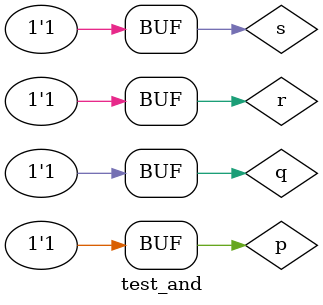
<source format=v>
module function2 (P,Q,R,S,F);
input P,Q,R,S;
output F;
//F=QRS+~QR~S+~P~RS+Q~RS
assign  F = Q & R & S | ~Q & R & ~S | ~P & ~R & S | Q & ~R & S;

endmodule


//Test bench
module test_and;
reg p,q,r,s;
wire f;

  function2 a1(p,q,r,s,f);
  initial
  begin
    $dumpfile("check.vcd");
    $dumpvars(0,test_and);
    $monitor(p);
    p=0;q=0;r=0;s=0; #100;
    p=0;q=0;r=0;s=1; #100;
    p=0;q=0;r=1;s=0; #100;
    p=0;q=0;r=1;s=1; #100;
    p=0;q=1;r=0;s=0; #100;
    p=0;q=1;r=0;s=1; #100;
    p=0;q=1;r=1;s=0; #100;
    p=0;q=1;r=1;s=1; #100;
    p=1;q=0;r=0;s=0; #100;
    p=1;q=0;r=0;s=1; #100;
    p=1;q=0;r=1;s=0; #100;
    p=1;q=0;r=1;s=1; #100;
    p=1;q=1;r=0;s=0; #100;
    p=1;q=1;r=0;s=1; #100;
    p=1;q=1;r=1;s=0; #100;
    p=1;q=1;r=1;s=1; #100;

        



  end
endmodule



</source>
